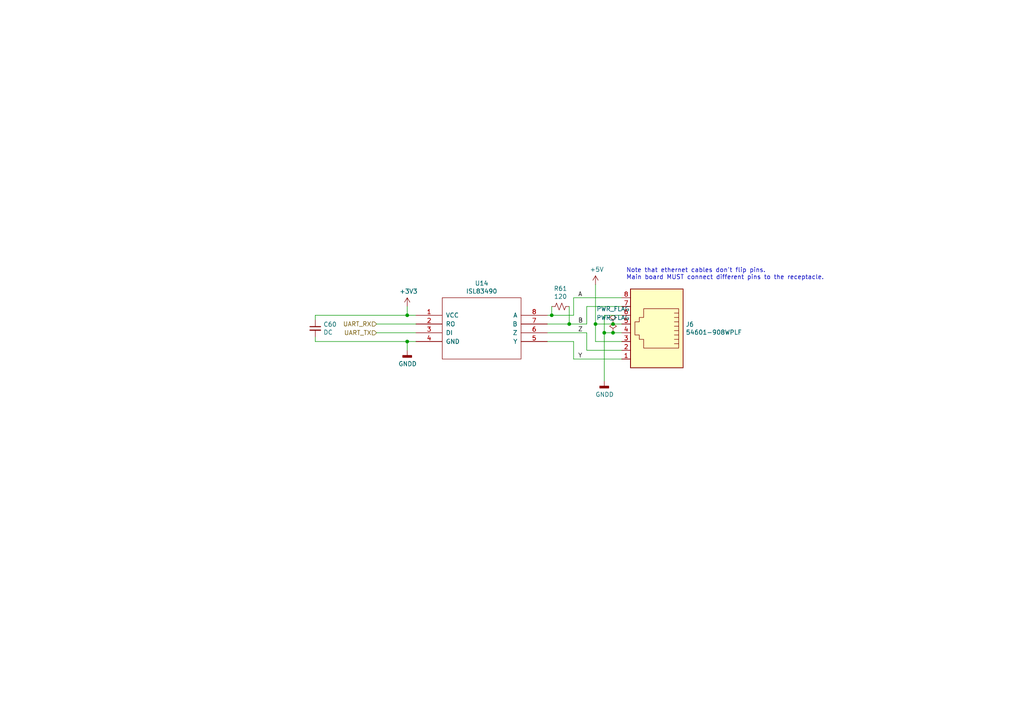
<source format=kicad_sch>
(kicad_sch (version 20211123) (generator eeschema)

  (uuid 29cd9e70-9b68-44f7-96b2-fe993c246832)

  (paper "A4")

  (lib_symbols
    (symbol "Connector:8P8C" (pin_names (offset 1.016)) (in_bom yes) (on_board yes)
      (property "Reference" "J" (id 0) (at -5.08 13.97 0)
        (effects (font (size 1.27 1.27)) (justify right))
      )
      (property "Value" "8P8C" (id 1) (at 2.54 13.97 0)
        (effects (font (size 1.27 1.27)) (justify left))
      )
      (property "Footprint" "" (id 2) (at 0 0.635 90)
        (effects (font (size 1.27 1.27)) hide)
      )
      (property "Datasheet" "~" (id 3) (at 0 0.635 90)
        (effects (font (size 1.27 1.27)) hide)
      )
      (property "ki_keywords" "8P8C RJ female connector" (id 4) (at 0 0 0)
        (effects (font (size 1.27 1.27)) hide)
      )
      (property "ki_description" "RJ connector, 8P8C (8 positions 8 connected), RJ31/RJ32/RJ33/RJ34/RJ35/RJ41/RJ45/RJ49/RJ61" (id 5) (at 0 0 0)
        (effects (font (size 1.27 1.27)) hide)
      )
      (property "ki_fp_filters" "8P8C* RJ31* RJ32* RJ33* RJ34* RJ35* RJ41* RJ45* RJ49* RJ61*" (id 6) (at 0 0 0)
        (effects (font (size 1.27 1.27)) hide)
      )
      (symbol "8P8C_0_1"
        (polyline
          (pts
            (xy -5.08 4.445)
            (xy -6.35 4.445)
          )
          (stroke (width 0) (type default) (color 0 0 0 0))
          (fill (type none))
        )
        (polyline
          (pts
            (xy -5.08 5.715)
            (xy -6.35 5.715)
          )
          (stroke (width 0) (type default) (color 0 0 0 0))
          (fill (type none))
        )
        (polyline
          (pts
            (xy -6.35 -3.175)
            (xy -5.08 -3.175)
            (xy -5.08 -3.175)
          )
          (stroke (width 0) (type default) (color 0 0 0 0))
          (fill (type none))
        )
        (polyline
          (pts
            (xy -6.35 -1.905)
            (xy -5.08 -1.905)
            (xy -5.08 -1.905)
          )
          (stroke (width 0) (type default) (color 0 0 0 0))
          (fill (type none))
        )
        (polyline
          (pts
            (xy -6.35 -0.635)
            (xy -5.08 -0.635)
            (xy -5.08 -0.635)
          )
          (stroke (width 0) (type default) (color 0 0 0 0))
          (fill (type none))
        )
        (polyline
          (pts
            (xy -6.35 0.635)
            (xy -5.08 0.635)
            (xy -5.08 0.635)
          )
          (stroke (width 0) (type default) (color 0 0 0 0))
          (fill (type none))
        )
        (polyline
          (pts
            (xy -6.35 1.905)
            (xy -5.08 1.905)
            (xy -5.08 1.905)
          )
          (stroke (width 0) (type default) (color 0 0 0 0))
          (fill (type none))
        )
        (polyline
          (pts
            (xy -5.08 3.175)
            (xy -6.35 3.175)
            (xy -6.35 3.175)
          )
          (stroke (width 0) (type default) (color 0 0 0 0))
          (fill (type none))
        )
        (polyline
          (pts
            (xy -6.35 -4.445)
            (xy -6.35 6.985)
            (xy 3.81 6.985)
            (xy 3.81 4.445)
            (xy 5.08 4.445)
            (xy 5.08 3.175)
            (xy 6.35 3.175)
            (xy 6.35 -0.635)
            (xy 5.08 -0.635)
            (xy 5.08 -1.905)
            (xy 3.81 -1.905)
            (xy 3.81 -4.445)
            (xy -6.35 -4.445)
            (xy -6.35 -4.445)
          )
          (stroke (width 0) (type default) (color 0 0 0 0))
          (fill (type none))
        )
        (rectangle (start 7.62 12.7) (end -7.62 -10.16)
          (stroke (width 0.254) (type default) (color 0 0 0 0))
          (fill (type background))
        )
      )
      (symbol "8P8C_1_1"
        (pin passive line (at 10.16 -7.62 180) (length 2.54)
          (name "~" (effects (font (size 1.27 1.27))))
          (number "1" (effects (font (size 1.27 1.27))))
        )
        (pin passive line (at 10.16 -5.08 180) (length 2.54)
          (name "~" (effects (font (size 1.27 1.27))))
          (number "2" (effects (font (size 1.27 1.27))))
        )
        (pin passive line (at 10.16 -2.54 180) (length 2.54)
          (name "~" (effects (font (size 1.27 1.27))))
          (number "3" (effects (font (size 1.27 1.27))))
        )
        (pin passive line (at 10.16 0 180) (length 2.54)
          (name "~" (effects (font (size 1.27 1.27))))
          (number "4" (effects (font (size 1.27 1.27))))
        )
        (pin passive line (at 10.16 2.54 180) (length 2.54)
          (name "~" (effects (font (size 1.27 1.27))))
          (number "5" (effects (font (size 1.27 1.27))))
        )
        (pin passive line (at 10.16 5.08 180) (length 2.54)
          (name "~" (effects (font (size 1.27 1.27))))
          (number "6" (effects (font (size 1.27 1.27))))
        )
        (pin passive line (at 10.16 7.62 180) (length 2.54)
          (name "~" (effects (font (size 1.27 1.27))))
          (number "7" (effects (font (size 1.27 1.27))))
        )
        (pin passive line (at 10.16 10.16 180) (length 2.54)
          (name "~" (effects (font (size 1.27 1.27))))
          (number "8" (effects (font (size 1.27 1.27))))
        )
      )
    )
    (symbol "Device:C_Small" (pin_numbers hide) (pin_names (offset 0.254) hide) (in_bom yes) (on_board yes)
      (property "Reference" "C" (id 0) (at 0.254 1.778 0)
        (effects (font (size 1.27 1.27)) (justify left))
      )
      (property "Value" "C_Small" (id 1) (at 0.254 -2.032 0)
        (effects (font (size 1.27 1.27)) (justify left))
      )
      (property "Footprint" "" (id 2) (at 0 0 0)
        (effects (font (size 1.27 1.27)) hide)
      )
      (property "Datasheet" "~" (id 3) (at 0 0 0)
        (effects (font (size 1.27 1.27)) hide)
      )
      (property "ki_keywords" "capacitor cap" (id 4) (at 0 0 0)
        (effects (font (size 1.27 1.27)) hide)
      )
      (property "ki_description" "Unpolarized capacitor, small symbol" (id 5) (at 0 0 0)
        (effects (font (size 1.27 1.27)) hide)
      )
      (property "ki_fp_filters" "C_*" (id 6) (at 0 0 0)
        (effects (font (size 1.27 1.27)) hide)
      )
      (symbol "C_Small_0_1"
        (polyline
          (pts
            (xy -1.524 -0.508)
            (xy 1.524 -0.508)
          )
          (stroke (width 0.3302) (type default) (color 0 0 0 0))
          (fill (type none))
        )
        (polyline
          (pts
            (xy -1.524 0.508)
            (xy 1.524 0.508)
          )
          (stroke (width 0.3048) (type default) (color 0 0 0 0))
          (fill (type none))
        )
      )
      (symbol "C_Small_1_1"
        (pin passive line (at 0 2.54 270) (length 2.032)
          (name "~" (effects (font (size 1.27 1.27))))
          (number "1" (effects (font (size 1.27 1.27))))
        )
        (pin passive line (at 0 -2.54 90) (length 2.032)
          (name "~" (effects (font (size 1.27 1.27))))
          (number "2" (effects (font (size 1.27 1.27))))
        )
      )
    )
    (symbol "Device:R_Small_US" (pin_numbers hide) (pin_names (offset 0.254) hide) (in_bom yes) (on_board yes)
      (property "Reference" "R" (id 0) (at 0.762 0.508 0)
        (effects (font (size 1.27 1.27)) (justify left))
      )
      (property "Value" "R_Small_US" (id 1) (at 0.762 -1.016 0)
        (effects (font (size 1.27 1.27)) (justify left))
      )
      (property "Footprint" "" (id 2) (at 0 0 0)
        (effects (font (size 1.27 1.27)) hide)
      )
      (property "Datasheet" "~" (id 3) (at 0 0 0)
        (effects (font (size 1.27 1.27)) hide)
      )
      (property "ki_keywords" "r resistor" (id 4) (at 0 0 0)
        (effects (font (size 1.27 1.27)) hide)
      )
      (property "ki_description" "Resistor, small US symbol" (id 5) (at 0 0 0)
        (effects (font (size 1.27 1.27)) hide)
      )
      (property "ki_fp_filters" "R_*" (id 6) (at 0 0 0)
        (effects (font (size 1.27 1.27)) hide)
      )
      (symbol "R_Small_US_1_1"
        (polyline
          (pts
            (xy 0 0)
            (xy 1.016 -0.381)
            (xy 0 -0.762)
            (xy -1.016 -1.143)
            (xy 0 -1.524)
          )
          (stroke (width 0) (type default) (color 0 0 0 0))
          (fill (type none))
        )
        (polyline
          (pts
            (xy 0 1.524)
            (xy 1.016 1.143)
            (xy 0 0.762)
            (xy -1.016 0.381)
            (xy 0 0)
          )
          (stroke (width 0) (type default) (color 0 0 0 0))
          (fill (type none))
        )
        (pin passive line (at 0 2.54 270) (length 1.016)
          (name "~" (effects (font (size 1.27 1.27))))
          (number "1" (effects (font (size 1.27 1.27))))
        )
        (pin passive line (at 0 -2.54 90) (length 1.016)
          (name "~" (effects (font (size 1.27 1.27))))
          (number "2" (effects (font (size 1.27 1.27))))
        )
      )
    )
    (symbol "ISL83490:ISL83490" (pin_names (offset 1.016)) (in_bom yes) (on_board yes)
      (property "Reference" "U" (id 0) (at 0 -2.54 0)
        (effects (font (size 1.27 1.27)))
      )
      (property "Value" "ISL83490" (id 1) (at 0 2.54 0)
        (effects (font (size 1.27 1.27)))
      )
      (property "Footprint" "MODULE" (id 2) (at 0 0 0)
        (effects (font (size 1.27 1.27)) hide)
      )
      (property "Datasheet" "DOCUMENTATION" (id 3) (at 0 0 0)
        (effects (font (size 1.27 1.27)) hide)
      )
      (symbol "ISL83490_1_0"
        (rectangle (start -11.43 -8.89) (end 11.43 8.89)
          (stroke (width 0) (type default) (color 0 0 0 0))
          (fill (type none))
        )
      )
      (symbol "ISL83490_1_1"
        (pin power_in line (at -19.05 3.81 0) (length 7.62)
          (name "VCC" (effects (font (size 1.27 1.27))))
          (number "1" (effects (font (size 1.27 1.27))))
        )
        (pin output line (at -19.05 1.27 0) (length 7.62)
          (name "RO" (effects (font (size 1.27 1.27))))
          (number "2" (effects (font (size 1.27 1.27))))
        )
        (pin input line (at -19.05 -1.27 0) (length 7.62)
          (name "DI" (effects (font (size 1.27 1.27))))
          (number "3" (effects (font (size 1.27 1.27))))
        )
        (pin power_in line (at -19.05 -3.81 0) (length 7.62)
          (name "GND" (effects (font (size 1.27 1.27))))
          (number "4" (effects (font (size 1.27 1.27))))
        )
        (pin output line (at 19.05 -3.81 180) (length 7.62)
          (name "Y" (effects (font (size 1.27 1.27))))
          (number "5" (effects (font (size 1.27 1.27))))
        )
        (pin output line (at 19.05 -1.27 180) (length 7.62)
          (name "Z" (effects (font (size 1.27 1.27))))
          (number "6" (effects (font (size 1.27 1.27))))
        )
        (pin input line (at 19.05 1.27 180) (length 7.62)
          (name "B" (effects (font (size 1.27 1.27))))
          (number "7" (effects (font (size 1.27 1.27))))
        )
        (pin input line (at 19.05 3.81 180) (length 7.62)
          (name "A" (effects (font (size 1.27 1.27))))
          (number "8" (effects (font (size 1.27 1.27))))
        )
      )
    )
    (symbol "power:+3.3V" (power) (pin_names (offset 0)) (in_bom yes) (on_board yes)
      (property "Reference" "#PWR" (id 0) (at 0 -3.81 0)
        (effects (font (size 1.27 1.27)) hide)
      )
      (property "Value" "+3.3V" (id 1) (at 0 3.556 0)
        (effects (font (size 1.27 1.27)))
      )
      (property "Footprint" "" (id 2) (at 0 0 0)
        (effects (font (size 1.27 1.27)) hide)
      )
      (property "Datasheet" "" (id 3) (at 0 0 0)
        (effects (font (size 1.27 1.27)) hide)
      )
      (property "ki_keywords" "power-flag" (id 4) (at 0 0 0)
        (effects (font (size 1.27 1.27)) hide)
      )
      (property "ki_description" "Power symbol creates a global label with name \"+3.3V\"" (id 5) (at 0 0 0)
        (effects (font (size 1.27 1.27)) hide)
      )
      (symbol "+3.3V_0_1"
        (polyline
          (pts
            (xy -0.762 1.27)
            (xy 0 2.54)
          )
          (stroke (width 0) (type default) (color 0 0 0 0))
          (fill (type none))
        )
        (polyline
          (pts
            (xy 0 0)
            (xy 0 2.54)
          )
          (stroke (width 0) (type default) (color 0 0 0 0))
          (fill (type none))
        )
        (polyline
          (pts
            (xy 0 2.54)
            (xy 0.762 1.27)
          )
          (stroke (width 0) (type default) (color 0 0 0 0))
          (fill (type none))
        )
      )
      (symbol "+3.3V_1_1"
        (pin power_in line (at 0 0 90) (length 0) hide
          (name "+3V3" (effects (font (size 1.27 1.27))))
          (number "1" (effects (font (size 1.27 1.27))))
        )
      )
    )
    (symbol "power:+5V" (power) (pin_names (offset 0)) (in_bom yes) (on_board yes)
      (property "Reference" "#PWR" (id 0) (at 0 -3.81 0)
        (effects (font (size 1.27 1.27)) hide)
      )
      (property "Value" "+5V" (id 1) (at 0 3.556 0)
        (effects (font (size 1.27 1.27)))
      )
      (property "Footprint" "" (id 2) (at 0 0 0)
        (effects (font (size 1.27 1.27)) hide)
      )
      (property "Datasheet" "" (id 3) (at 0 0 0)
        (effects (font (size 1.27 1.27)) hide)
      )
      (property "ki_keywords" "power-flag" (id 4) (at 0 0 0)
        (effects (font (size 1.27 1.27)) hide)
      )
      (property "ki_description" "Power symbol creates a global label with name \"+5V\"" (id 5) (at 0 0 0)
        (effects (font (size 1.27 1.27)) hide)
      )
      (symbol "+5V_0_1"
        (polyline
          (pts
            (xy -0.762 1.27)
            (xy 0 2.54)
          )
          (stroke (width 0) (type default) (color 0 0 0 0))
          (fill (type none))
        )
        (polyline
          (pts
            (xy 0 0)
            (xy 0 2.54)
          )
          (stroke (width 0) (type default) (color 0 0 0 0))
          (fill (type none))
        )
        (polyline
          (pts
            (xy 0 2.54)
            (xy 0.762 1.27)
          )
          (stroke (width 0) (type default) (color 0 0 0 0))
          (fill (type none))
        )
      )
      (symbol "+5V_1_1"
        (pin power_in line (at 0 0 90) (length 0) hide
          (name "+5V" (effects (font (size 1.27 1.27))))
          (number "1" (effects (font (size 1.27 1.27))))
        )
      )
    )
    (symbol "power:GNDD" (power) (pin_names (offset 0)) (in_bom yes) (on_board yes)
      (property "Reference" "#PWR" (id 0) (at 0 -6.35 0)
        (effects (font (size 1.27 1.27)) hide)
      )
      (property "Value" "GNDD" (id 1) (at 0 -3.175 0)
        (effects (font (size 1.27 1.27)))
      )
      (property "Footprint" "" (id 2) (at 0 0 0)
        (effects (font (size 1.27 1.27)) hide)
      )
      (property "Datasheet" "" (id 3) (at 0 0 0)
        (effects (font (size 1.27 1.27)) hide)
      )
      (property "ki_keywords" "power-flag" (id 4) (at 0 0 0)
        (effects (font (size 1.27 1.27)) hide)
      )
      (property "ki_description" "Power symbol creates a global label with name \"GNDD\" , digital ground" (id 5) (at 0 0 0)
        (effects (font (size 1.27 1.27)) hide)
      )
      (symbol "GNDD_0_1"
        (rectangle (start -1.27 -1.524) (end 1.27 -2.032)
          (stroke (width 0.254) (type default) (color 0 0 0 0))
          (fill (type outline))
        )
        (polyline
          (pts
            (xy 0 0)
            (xy 0 -1.524)
          )
          (stroke (width 0) (type default) (color 0 0 0 0))
          (fill (type none))
        )
      )
      (symbol "GNDD_1_1"
        (pin power_in line (at 0 0 270) (length 0) hide
          (name "GNDD" (effects (font (size 1.27 1.27))))
          (number "1" (effects (font (size 1.27 1.27))))
        )
      )
    )
    (symbol "power:PWR_FLAG" (power) (pin_numbers hide) (pin_names (offset 0) hide) (in_bom yes) (on_board yes)
      (property "Reference" "#FLG" (id 0) (at 0 1.905 0)
        (effects (font (size 1.27 1.27)) hide)
      )
      (property "Value" "PWR_FLAG" (id 1) (at 0 3.81 0)
        (effects (font (size 1.27 1.27)))
      )
      (property "Footprint" "" (id 2) (at 0 0 0)
        (effects (font (size 1.27 1.27)) hide)
      )
      (property "Datasheet" "~" (id 3) (at 0 0 0)
        (effects (font (size 1.27 1.27)) hide)
      )
      (property "ki_keywords" "power-flag" (id 4) (at 0 0 0)
        (effects (font (size 1.27 1.27)) hide)
      )
      (property "ki_description" "Special symbol for telling ERC where power comes from" (id 5) (at 0 0 0)
        (effects (font (size 1.27 1.27)) hide)
      )
      (symbol "PWR_FLAG_0_0"
        (pin power_out line (at 0 0 90) (length 0)
          (name "pwr" (effects (font (size 1.27 1.27))))
          (number "1" (effects (font (size 1.27 1.27))))
        )
      )
      (symbol "PWR_FLAG_0_1"
        (polyline
          (pts
            (xy 0 0)
            (xy 0 1.27)
            (xy -1.016 1.905)
            (xy 0 2.54)
            (xy 1.016 1.905)
            (xy 0 1.27)
          )
          (stroke (width 0) (type default) (color 0 0 0 0))
          (fill (type none))
        )
      )
    )
  )

  (junction (at 118.11 99.06) (diameter 0) (color 0 0 0 0)
    (uuid 2765a021-71f1-4136-b72b-81c2c6882946)
  )
  (junction (at 160.02 91.44) (diameter 0) (color 0 0 0 0)
    (uuid 3bb9c3d4-9a6f-41ac-8d1e-92ed4fe334c0)
  )
  (junction (at 165.1 93.98) (diameter 0) (color 0 0 0 0)
    (uuid 4ef07d45-f940-4cb6-bb96-2ddec13fd099)
  )
  (junction (at 118.11 91.44) (diameter 0) (color 0 0 0 0)
    (uuid 50a799a7-f8f3-4f13-9288-b10696e9a7da)
  )
  (junction (at 175.26 96.52) (diameter 0) (color 0 0 0 0)
    (uuid 86143bb0-7899-4df8-b1df-baa3c0ac7889)
  )
  (junction (at 177.8 93.98) (diameter 0) (color 0 0 0 0)
    (uuid a08c061a-7f5b-4909-b673-0d0a59a012a3)
  )
  (junction (at 172.72 93.98) (diameter 0) (color 0 0 0 0)
    (uuid fd34aa56-ded2-4e97-965a-a39457716f0c)
  )
  (junction (at 177.8 96.52) (diameter 0) (color 0 0 0 0)
    (uuid fe4068b9-89da-4c59-ba51-b5949772f5d8)
  )

  (wire (pts (xy 118.11 88.9) (xy 118.11 91.44))
    (stroke (width 0) (type default) (color 0 0 0 0))
    (uuid 01c59306-91a3-452b-92b5-9af8f8f257d6)
  )
  (wire (pts (xy 118.11 99.06) (xy 120.65 99.06))
    (stroke (width 0) (type default) (color 0 0 0 0))
    (uuid 0a79db37-f1d9-40b1-a24d-8bdfb8f637e2)
  )
  (wire (pts (xy 118.11 91.44) (xy 91.44 91.44))
    (stroke (width 0) (type default) (color 0 0 0 0))
    (uuid 0f9b475c-adb7-41fc-b827-33d4eaa86b99)
  )
  (wire (pts (xy 170.18 88.9) (xy 170.18 93.98))
    (stroke (width 0) (type default) (color 0 0 0 0))
    (uuid 15a5a11b-0ea1-4f6e-b356-cc2d530615ed)
  )
  (wire (pts (xy 175.26 96.52) (xy 175.26 110.49))
    (stroke (width 0) (type default) (color 0 0 0 0))
    (uuid 2ad4b4ba-3abd-4313-bed9-1edce936a95e)
  )
  (wire (pts (xy 120.65 93.98) (xy 109.22 93.98))
    (stroke (width 0) (type default) (color 0 0 0 0))
    (uuid 2e1d63b8-5189-41bb-8b6a-c4ada546b2d5)
  )
  (wire (pts (xy 166.37 104.14) (xy 180.34 104.14))
    (stroke (width 0) (type default) (color 0 0 0 0))
    (uuid 3f43c2dc-daa2-45ba-b8ca-7ae5aebed882)
  )
  (wire (pts (xy 166.37 104.14) (xy 166.37 99.06))
    (stroke (width 0) (type default) (color 0 0 0 0))
    (uuid 41ab46ed-40f5-461d-81aa-1f02dc069a49)
  )
  (wire (pts (xy 160.02 88.9) (xy 160.02 91.44))
    (stroke (width 0) (type default) (color 0 0 0 0))
    (uuid 45484f82-420e-44d0-a58e-382bb939dac5)
  )
  (wire (pts (xy 180.34 91.44) (xy 175.26 91.44))
    (stroke (width 0) (type default) (color 0 0 0 0))
    (uuid 45a58c23-3e6d-4df0-af01-6d5948b0075c)
  )
  (wire (pts (xy 175.26 91.44) (xy 175.26 96.52))
    (stroke (width 0) (type default) (color 0 0 0 0))
    (uuid 5641be26-f5e9-482f-8616-297f17f4eae2)
  )
  (wire (pts (xy 177.8 93.98) (xy 172.72 93.98))
    (stroke (width 0) (type default) (color 0 0 0 0))
    (uuid 6a1ae8ee-dea6-4015-b83e-baf8fcdfaf0f)
  )
  (wire (pts (xy 91.44 91.44) (xy 91.44 92.71))
    (stroke (width 0) (type default) (color 0 0 0 0))
    (uuid 71a9f036-1f13-462e-ac9e-81caaaa7f807)
  )
  (wire (pts (xy 120.65 96.52) (xy 109.22 96.52))
    (stroke (width 0) (type default) (color 0 0 0 0))
    (uuid 71aa3829-956e-4ff9-af3f-b06e50ab2b5a)
  )
  (wire (pts (xy 118.11 99.06) (xy 91.44 99.06))
    (stroke (width 0) (type default) (color 0 0 0 0))
    (uuid 78a228c9-bbf0-49cf-b917-2dec23b390df)
  )
  (wire (pts (xy 165.1 88.9) (xy 165.1 93.98))
    (stroke (width 0) (type default) (color 0 0 0 0))
    (uuid 89fb4a63-a18d-4c7e-be12-f061ef4bf0c0)
  )
  (wire (pts (xy 166.37 86.36) (xy 166.37 91.44))
    (stroke (width 0) (type default) (color 0 0 0 0))
    (uuid 8afe1dbf-1187-4362-8af8-a90ca839a6b3)
  )
  (wire (pts (xy 180.34 96.52) (xy 177.8 96.52))
    (stroke (width 0) (type default) (color 0 0 0 0))
    (uuid 90d503cf-92b2-4120-a4b0-03a2eddde893)
  )
  (wire (pts (xy 177.8 96.52) (xy 175.26 96.52))
    (stroke (width 0) (type default) (color 0 0 0 0))
    (uuid 92574e8a-729f-48de-afcb-97b4f5e826f8)
  )
  (wire (pts (xy 158.75 96.52) (xy 170.18 96.52))
    (stroke (width 0) (type default) (color 0 0 0 0))
    (uuid b6924901-677d-424a-a3f4-52c8dd1fa5f5)
  )
  (wire (pts (xy 91.44 99.06) (xy 91.44 97.79))
    (stroke (width 0) (type default) (color 0 0 0 0))
    (uuid b83b087e-7ec9-44e7-a1c9-81d5d26bbf79)
  )
  (wire (pts (xy 180.34 93.98) (xy 177.8 93.98))
    (stroke (width 0) (type default) (color 0 0 0 0))
    (uuid bc01f3e7-a131-4f66-8abc-cc13e855d5e5)
  )
  (wire (pts (xy 170.18 101.6) (xy 180.34 101.6))
    (stroke (width 0) (type default) (color 0 0 0 0))
    (uuid be118b00-015b-445a-8fc5-7bf35350fda8)
  )
  (wire (pts (xy 170.18 93.98) (xy 165.1 93.98))
    (stroke (width 0) (type default) (color 0 0 0 0))
    (uuid c482f4f0-b441-4301-a9f1-c7f9e511d699)
  )
  (wire (pts (xy 166.37 91.44) (xy 160.02 91.44))
    (stroke (width 0) (type default) (color 0 0 0 0))
    (uuid c8b93f12-bc5c-4ce5-b954-377d903895f1)
  )
  (wire (pts (xy 172.72 99.06) (xy 180.34 99.06))
    (stroke (width 0) (type default) (color 0 0 0 0))
    (uuid cd2580a0-9e4c-4895-a13c-3b2ee33bafc4)
  )
  (wire (pts (xy 172.72 82.55) (xy 172.72 93.98))
    (stroke (width 0) (type default) (color 0 0 0 0))
    (uuid d337c492-7429-4618-b378-df29f72737e3)
  )
  (wire (pts (xy 160.02 91.44) (xy 158.75 91.44))
    (stroke (width 0) (type default) (color 0 0 0 0))
    (uuid d554632b-6dd0-47f8-b59b-3ce25177ca3e)
  )
  (wire (pts (xy 118.11 101.6) (xy 118.11 99.06))
    (stroke (width 0) (type default) (color 0 0 0 0))
    (uuid d5c86a84-6c8b-48b5-b583-2fe7052421ab)
  )
  (wire (pts (xy 170.18 101.6) (xy 170.18 96.52))
    (stroke (width 0) (type default) (color 0 0 0 0))
    (uuid d70bfdec-de0f-45e5-9452-2cd5d12b83b9)
  )
  (wire (pts (xy 166.37 99.06) (xy 158.75 99.06))
    (stroke (width 0) (type default) (color 0 0 0 0))
    (uuid d8d71ad3-6fd1-4a98-9c1f-70c4fbf3d1d1)
  )
  (wire (pts (xy 172.72 93.98) (xy 172.72 99.06))
    (stroke (width 0) (type default) (color 0 0 0 0))
    (uuid e002a979-85bc-451a-a77b-29ce2a8f19f9)
  )
  (wire (pts (xy 166.37 86.36) (xy 180.34 86.36))
    (stroke (width 0) (type default) (color 0 0 0 0))
    (uuid e1fe6230-75c5-4750-aaea-24a9b80589d8)
  )
  (wire (pts (xy 170.18 88.9) (xy 180.34 88.9))
    (stroke (width 0) (type default) (color 0 0 0 0))
    (uuid e8312cc4-6502-4783-b578-55c01e0393af)
  )
  (wire (pts (xy 118.11 91.44) (xy 120.65 91.44))
    (stroke (width 0) (type default) (color 0 0 0 0))
    (uuid ef3a2f4c-5879-4e98-ad30-6b8614410fba)
  )
  (wire (pts (xy 165.1 93.98) (xy 158.75 93.98))
    (stroke (width 0) (type default) (color 0 0 0 0))
    (uuid fe1ad3bd-92cc-4e1c-8cc9-a77278095945)
  )

  (text "Note that ethernet cables don't flip pins.\nMain board MUST connect different pins to the receptacle."
    (at 181.61 81.28 0)
    (effects (font (size 1.27 1.27)) (justify left bottom))
    (uuid e29e8d7d-cee8-47d4-8444-1d7032daf03c)
  )

  (label "Z" (at 167.64 96.52 0)
    (effects (font (size 1.27 1.27)) (justify left bottom))
    (uuid 56f0a67a-a93a-477a-9778-70fe2cfeeb5a)
  )
  (label "A" (at 167.64 86.36 0)
    (effects (font (size 1.27 1.27)) (justify left bottom))
    (uuid 5c1d6842-15a5-4f73-b198-8836681840a1)
  )
  (label "Y" (at 167.64 104.14 0)
    (effects (font (size 1.27 1.27)) (justify left bottom))
    (uuid a819bf9a-0c8b-443a-b488-e5f1395d77ad)
  )
  (label "B" (at 167.64 93.98 0)
    (effects (font (size 1.27 1.27)) (justify left bottom))
    (uuid f66bb685-9833-454c-bf31-b96598f50347)
  )

  (hierarchical_label "UART_TX" (shape input) (at 109.22 96.52 180)
    (effects (font (size 1.27 1.27)) (justify right))
    (uuid a4911204-1308-4d17-90a9-1ff5f9c57c9b)
  )
  (hierarchical_label "UART_RX" (shape input) (at 109.22 93.98 180)
    (effects (font (size 1.27 1.27)) (justify right))
    (uuid f240e733-157e-4a15-812f-78f42d8a8322)
  )

  (symbol (lib_id "power:+5V") (at 172.72 82.55 0) (unit 1)
    (in_bom yes) (on_board yes)
    (uuid 00000000-0000-0000-0000-000060b07dd5)
    (property "Reference" "#PWR0133" (id 0) (at 172.72 86.36 0)
      (effects (font (size 1.27 1.27)) hide)
    )
    (property "Value" "+5V" (id 1) (at 173.101 78.1558 0))
    (property "Footprint" "" (id 2) (at 172.72 82.55 0)
      (effects (font (size 1.27 1.27)) hide)
    )
    (property "Datasheet" "" (id 3) (at 172.72 82.55 0)
      (effects (font (size 1.27 1.27)) hide)
    )
    (pin "1" (uuid a9864e95-f092-47d8-8124-003598db2071))
  )

  (symbol (lib_id "power:PWR_FLAG") (at 177.8 93.98 0) (unit 1)
    (in_bom yes) (on_board yes)
    (uuid 00000000-0000-0000-0000-000060b45280)
    (property "Reference" "#FLG0101" (id 0) (at 177.8 92.075 0)
      (effects (font (size 1.27 1.27)) hide)
    )
    (property "Value" "PWR_FLAG" (id 1) (at 177.8 89.5858 0))
    (property "Footprint" "" (id 2) (at 177.8 93.98 0)
      (effects (font (size 1.27 1.27)) hide)
    )
    (property "Datasheet" "~" (id 3) (at 177.8 93.98 0)
      (effects (font (size 1.27 1.27)) hide)
    )
    (pin "1" (uuid 254c0677-a6b5-4036-87a5-88396f0e5e67))
  )

  (symbol (lib_id "power:PWR_FLAG") (at 177.8 96.52 0) (unit 1)
    (in_bom yes) (on_board yes)
    (uuid 00000000-0000-0000-0000-000060b4653b)
    (property "Reference" "#FLG0102" (id 0) (at 177.8 94.615 0)
      (effects (font (size 1.27 1.27)) hide)
    )
    (property "Value" "PWR_FLAG" (id 1) (at 177.8 92.1258 0))
    (property "Footprint" "" (id 2) (at 177.8 96.52 0)
      (effects (font (size 1.27 1.27)) hide)
    )
    (property "Datasheet" "~" (id 3) (at 177.8 96.52 0)
      (effects (font (size 1.27 1.27)) hide)
    )
    (pin "1" (uuid ef5dfb5b-6099-4e96-82fc-7248f4c7d054))
  )

  (symbol (lib_id "power:+3.3V") (at 118.11 88.9 0) (unit 1)
    (in_bom yes) (on_board yes)
    (uuid 00000000-0000-0000-0000-00006306478c)
    (property "Reference" "#PWR0116" (id 0) (at 118.11 92.71 0)
      (effects (font (size 1.27 1.27)) hide)
    )
    (property "Value" "+3.3V" (id 1) (at 118.491 84.5058 0))
    (property "Footprint" "" (id 2) (at 118.11 88.9 0)
      (effects (font (size 1.27 1.27)) hide)
    )
    (property "Datasheet" "" (id 3) (at 118.11 88.9 0)
      (effects (font (size 1.27 1.27)) hide)
    )
    (pin "1" (uuid 11842f9c-f5ef-4925-9589-96198334f6e8))
  )

  (symbol (lib_id "power:GNDD") (at 118.11 101.6 0) (unit 1)
    (in_bom yes) (on_board yes)
    (uuid 00000000-0000-0000-0000-0000630647a2)
    (property "Reference" "#PWR0118" (id 0) (at 118.11 107.95 0)
      (effects (font (size 1.27 1.27)) hide)
    )
    (property "Value" "GNDD" (id 1) (at 118.2116 105.537 0))
    (property "Footprint" "" (id 2) (at 118.11 101.6 0)
      (effects (font (size 1.27 1.27)) hide)
    )
    (property "Datasheet" "" (id 3) (at 118.11 101.6 0)
      (effects (font (size 1.27 1.27)) hide)
    )
    (pin "1" (uuid 08d8eced-84b6-4338-9dfc-74c42703f141))
  )

  (symbol (lib_id "Connector:8P8C") (at 190.5 96.52 0) (mirror y) (unit 1)
    (in_bom yes) (on_board yes)
    (uuid 00000000-0000-0000-0000-0000630647b2)
    (property "Reference" "J6" (id 0) (at 198.882 94.0816 0)
      (effects (font (size 1.27 1.27)) (justify right))
    )
    (property "Value" "54601-908WPLF" (id 1) (at 198.882 96.393 0)
      (effects (font (size 1.27 1.27)) (justify right))
    )
    (property "Footprint" "Connectors:RJ45_8" (id 2) (at 190.5 95.885 90)
      (effects (font (size 1.27 1.27)) hide)
    )
    (property "Datasheet" "~" (id 3) (at 190.5 95.885 90)
      (effects (font (size 1.27 1.27)) hide)
    )
    (pin "1" (uuid 68f2a656-b592-4199-b3a6-e8a6fb645806))
    (pin "2" (uuid c690449c-8b37-455b-9420-02a4cad33cbb))
    (pin "3" (uuid a40416ba-ca0b-4c30-877f-b171f2631caa))
    (pin "4" (uuid 40692191-2d76-420a-94de-37ce72aeef50))
    (pin "5" (uuid 3f6b891a-1cc8-4b20-9f17-68e0c4a0d7db))
    (pin "6" (uuid 1479620a-b870-4046-9c2b-eff78dd0c22e))
    (pin "7" (uuid 1bd1298e-f3ca-435e-bcf3-36d7aec10e5a))
    (pin "8" (uuid 69b3e9c5-fdad-4252-b424-2aa04fdea0ad))
  )

  (symbol (lib_id "power:GNDD") (at 175.26 110.49 0) (unit 1)
    (in_bom yes) (on_board yes)
    (uuid 00000000-0000-0000-0000-0000630647b8)
    (property "Reference" "#PWR0134" (id 0) (at 175.26 116.84 0)
      (effects (font (size 1.27 1.27)) hide)
    )
    (property "Value" "GNDD" (id 1) (at 175.3616 114.427 0))
    (property "Footprint" "" (id 2) (at 175.26 110.49 0)
      (effects (font (size 1.27 1.27)) hide)
    )
    (property "Datasheet" "" (id 3) (at 175.26 110.49 0)
      (effects (font (size 1.27 1.27)) hide)
    )
    (pin "1" (uuid 79ba0572-2056-43c1-be53-6ceefc2cf25a))
  )

  (symbol (lib_id "ISL83490:ISL83490") (at 139.7 95.25 0) (unit 1)
    (in_bom yes) (on_board yes)
    (uuid 00000000-0000-0000-0000-0000630a342a)
    (property "Reference" "U14" (id 0) (at 139.7 82.169 0))
    (property "Value" "ISL83490" (id 1) (at 139.7 84.4804 0))
    (property "Footprint" "SMD_Packages:SOIC-8-N" (id 2) (at 139.7 95.25 0)
      (effects (font (size 1.27 1.27)) hide)
    )
    (property "Datasheet" "DOCUMENTATION" (id 3) (at 139.7 95.25 0)
      (effects (font (size 1.27 1.27)) hide)
    )
    (pin "1" (uuid 3f01ade3-b318-441a-b108-c8088f138d0e))
    (pin "2" (uuid 381d2161-cc6c-425c-9c5b-1dd7cad1424b))
    (pin "3" (uuid f6ed7df5-27f5-4627-9192-46fcd6263cc1))
    (pin "4" (uuid c148d6a2-b769-45c3-bba5-967203976bd7))
    (pin "5" (uuid 5d9cdd3a-5ddb-43b9-9423-534bd2d353f1))
    (pin "6" (uuid e99510c5-ebad-47f3-9db4-db146cf2d47f))
    (pin "7" (uuid 8ffc2dfa-9d31-45fc-834e-cf00010ff044))
    (pin "8" (uuid 7a18b2b0-6dd5-476e-99e3-1113869ce229))
  )

  (symbol (lib_id "Device:R_Small_US") (at 162.56 88.9 270) (unit 1)
    (in_bom yes) (on_board yes)
    (uuid 00000000-0000-0000-0000-00006316a97f)
    (property "Reference" "R61" (id 0) (at 162.56 83.693 90))
    (property "Value" "120" (id 1) (at 162.56 86.0044 90))
    (property "Footprint" "Resistors_SMD:R_0805" (id 2) (at 162.56 88.9 0)
      (effects (font (size 1.27 1.27)) hide)
    )
    (property "Datasheet" "~" (id 3) (at 162.56 88.9 0)
      (effects (font (size 1.27 1.27)) hide)
    )
    (pin "1" (uuid b9b9114f-cfdd-4f0f-994c-c896bb2c8ed4))
    (pin "2" (uuid d9ec4686-42ea-445a-9055-88bd8eb9cf52))
  )

  (symbol (lib_id "Device:C_Small") (at 91.44 95.25 0) (unit 1)
    (in_bom yes) (on_board yes)
    (uuid 00000000-0000-0000-0000-00006316c6b4)
    (property "Reference" "C60" (id 0) (at 93.7768 94.0816 0)
      (effects (font (size 1.27 1.27)) (justify left))
    )
    (property "Value" "DC" (id 1) (at 93.7768 96.393 0)
      (effects (font (size 1.27 1.27)) (justify left))
    )
    (property "Footprint" "Capacitors_SMD:C_0805" (id 2) (at 91.44 95.25 0)
      (effects (font (size 1.27 1.27)) hide)
    )
    (property "Datasheet" "~" (id 3) (at 91.44 95.25 0)
      (effects (font (size 1.27 1.27)) hide)
    )
    (pin "1" (uuid aa2d22b5-5670-42d0-a9fe-96c245f43441))
    (pin "2" (uuid 0121af60-fc50-4609-b7be-8215e523d2d7))
  )
)

</source>
